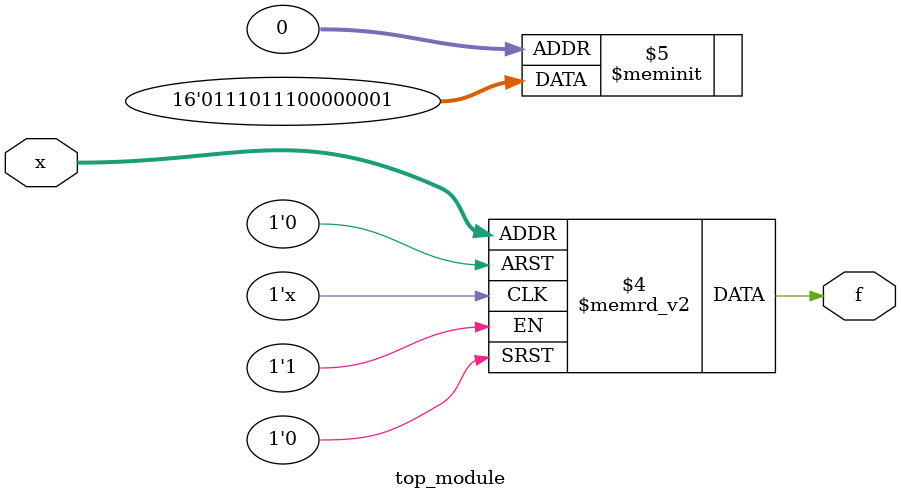
<source format=sv>
module top_module (
	input [4:1] x,
	output logic f
);

    always_comb begin
        case (x)
            4'b0000: f = 1;
            4'b0001: f = 0;
            4'b0010: f = 0;
            4'b0011: f = 0;
            4'b0100: f = 0;
            4'b0101: f = 0;
            4'b0110: f = 0;
            4'b0111: f = 0;
            4'b1000: f = 1;
            4'b1001: f = 1;
            4'b1010: f = 1;
            4'b1011: f = 0;
            4'b1100: f = 1;
            4'b1101: f = 1;
            4'b1110: f = 1;
            4'b1111: f = 0;
            default: f = 0;
        endcase
    end

endmodule

</source>
